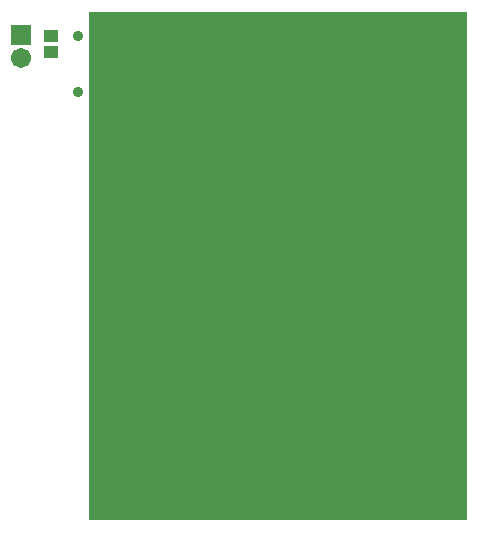
<source format=gts>
G04 Layer_Color=8388736*
%FSLAX25Y25*%
%MOIN*%
G70*
G01*
G75*
%ADD19R,1.25984X1.69291*%
%ADD20C,0.03556*%
%ADD21R,0.04540X0.04147*%
%ADD22R,0.06706X0.06706*%
%ADD23C,0.06706*%
%ADD24C,0.03950*%
D19*
X110236Y90158D02*
D03*
D20*
X43307Y166929D02*
D03*
Y148130D02*
D03*
D21*
X34449Y161713D02*
D03*
Y167028D02*
D03*
D22*
X24606Y167323D02*
D03*
D23*
Y159449D02*
D03*
D24*
X67028Y148130D02*
D03*
M02*

</source>
